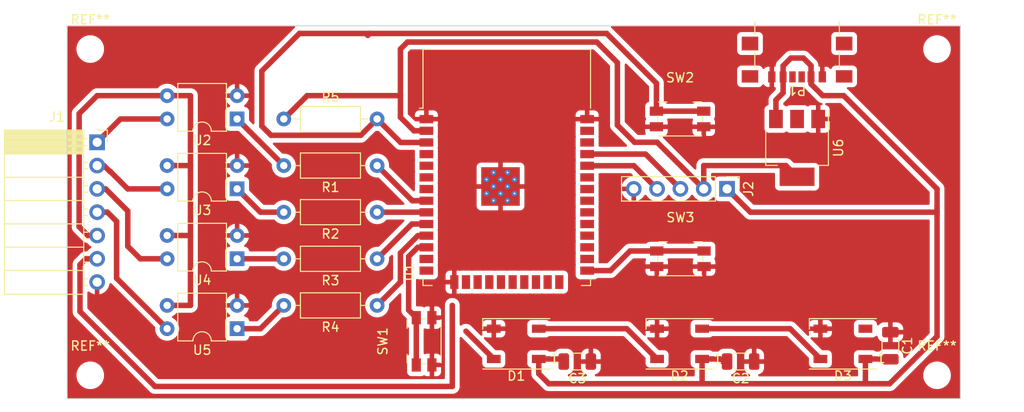
<source format=kicad_pcb>
(kicad_pcb (version 20221018) (generator pcbnew)
  (layers (0 "F.Cu" signal) (31 "B.Cu" signal) (34 "B.Paste" user) (35 "F.Paste" user) (36 "B.SilkS" user "B.Silkscreen") (37 "F.SilkS" user "F.Silkscreen") (38 "B.Mask" user) (39 "F.Mask" user) (44 "Edge.Cuts" user))
  (net 0 "")
  (net 1 "GND")
  (net 2 "5V")
  (net 3 "Net-(D1-DOUT)")
  (net 4 "IO13")
  (net 5 "Net-(D2-DOUT)")
  (net 10 "Net-(R1-Pad2)")
  (net 11 "Net-(R2-Pad2)")
  (net 12 "Net-(R3-Pad2)")
  (net 13 "Net-(R4-Pad2)")
  (net 26 "TXD")
  (net 34 "RXD")
  (net 35 "EN")
  (net 38 "3.3V")
  (net 39 "IO0")
  (net 40 "IO32")
  (net 41 "IO33")
  (net 42 "IO25")
  (net 43 "IO26")
  (net 44 "RE1")
  (net 45 "RE2")
  (net 46 "RE3")
  (net 47 "RE4")
  (net 48 "GND2")
  (net 50 "IO27")
  (net 52 "IO12")
  (footprint "Button_Switch_SMD:Panasonic_EVQPUM_EVQPUD" (layer "F.Cu") (at 185.42 76.2)
    (fp_text reference "SW3" (at 0 -4.5) (layer "F.SilkS"))
    (fp_text value "PROG")
    (fp_line (start -2.45 0.275) (end -2.45 -0.275) (stroke (width 0.12)) (layer "F.SilkS"))
    (fp_line (start -1.425 -1.85) (end -2.35 -1.85) (stroke (width 0.12)) (layer "F.SilkS"))
    (fp_line (start 2.35 -1.85) (end 1.425 -1.85) (stroke (width 0.12)) (layer "F.SilkS"))
    (fp_line (start 2.35 1.85) (end -2.35 1.85) (stroke (width 0.12)) (layer "F.SilkS"))
    (fp_line (start 2.45 0.275) (end 2.45 -0.275) (stroke (width 0.12)) (layer "F.SilkS"))
    (pad "1" smd rect (at -2.575 -0.85 180) (size 1.45 1) (layers "F.Cu" "F.Paste" "F.Mask") (net 39 "IO0"))
    (pad "1" smd rect (at 2.575 -0.85 180) (size 1.45 1) (layers "F.Cu" "F.Paste" "F.Mask") (net 39 "IO0"))
    (pad "2" smd rect (at -2.575 0.85 180) (size 1.45 1) (layers "F.Cu" "F.Paste" "F.Mask") (net 1 "GND"))
    (pad "2" smd rect (at 2.575 0.85 180) (size 1.45 1) (layers "F.Cu" "F.Paste" "F.Mask") (net 1 "GND"))
  )
  (footprint "Capacitor_SMD:C_1206_3216Metric" (layer "F.Cu") (at 208.28 85.676647 -90)
    (fp_text reference "C1" (at 0 -1.85 -270) (layer "F.SilkS"))
    (fp_text value "100nF")
    (fp_line (start -0.711252 -0.91) (end 0.711252 -0.91) (stroke (width 0.12)) (layer "F.SilkS"))
    (fp_line (start -0.711252 0.91) (end 0.711252 0.91) (stroke (width 0.12)) (layer "F.SilkS"))
    (pad "1" smd roundrect (at -1.475 0 270) (size 1.15 1.8) (layers "F.Cu" "F.Paste" "F.Mask") (roundrect_rratio 0.217391) (net 1 "GND"))
    (pad "2" smd roundrect (at 1.475 0 270) (size 1.15 1.8) (layers "F.Cu" "F.Paste" "F.Mask") (roundrect_rratio 0.217391) (net 2 "5V"))
  )
  (footprint "Button_Switch_SMD:Panasonic_EVQPUM_EVQPUD" (layer "F.Cu") (at 185.385 60.96)
    (fp_text reference "SW2" (at 0 -4.5) (layer "F.SilkS"))
    (fp_text value "RESET")
    (fp_line (start -2.45 0.275) (end -2.45 -0.275) (stroke (width 0.12)) (layer "F.SilkS"))
    (fp_line (start -1.425 -1.85) (end -2.35 -1.85) (stroke (width 0.12)) (layer "F.SilkS"))
    (fp_line (start 2.35 -1.85) (end 1.425 -1.85) (stroke (width 0.12)) (layer "F.SilkS"))
    (fp_line (start 2.35 1.85) (end -2.35 1.85) (stroke (width 0.12)) (layer "F.SilkS"))
    (fp_line (start 2.45 0.275) (end 2.45 -0.275) (stroke (width 0.12)) (layer "F.SilkS"))
    (pad "1" smd rect (at -2.575 -0.85 180) (size 1.45 1) (layers "F.Cu" "F.Paste" "F.Mask") (net 35 "EN"))
    (pad "1" smd rect (at 2.575 -0.85 180) (size 1.45 1) (layers "F.Cu" "F.Paste" "F.Mask") (net 35 "EN"))
    (pad "2" smd rect (at -2.575 0.85 180) (size 1.45 1) (layers "F.Cu" "F.Paste" "F.Mask") (net 1 "GND"))
    (pad "2" smd rect (at 2.575 0.85 180) (size 1.45 1) (layers "F.Cu" "F.Paste" "F.Mask") (net 1 "GND"))
  )
  (footprint "Package_DIP:DIP-4_W7.62mm" (layer "F.Cu") (at 137.16 83.82 180)
    (fp_text reference "U5" (at 3.81 -2.33) (layer "F.SilkS"))
    (fp_text value "PC817")
    (fp_line (start 1.16 -1.33) (end 1.16 3.87) (stroke (width 0.12)) (layer "F.SilkS"))
    (fp_line (start 1.16 3.87) (end 6.46 3.87) (stroke (width 0.12)) (layer "F.SilkS"))
    (fp_line (start 2.81 -1.33) (end 1.16 -1.33) (stroke (width 0.12)) (layer "F.SilkS"))
    (fp_line (start 6.46 -1.33) (end 4.81 -1.33) (stroke (width 0.12)) (layer "F.SilkS"))
    (fp_line (start 6.46 3.87) (end 6.46 -1.33) (stroke (width 0.12)) (layer "F.SilkS"))
    (fp_arc (start 4.81 -1.33) (mid 3.81 -0.33) (end 2.81 -1.33) (stroke (width 0.12)) (layer "F.SilkS"))
    (pad "1" thru_hole rect (at 0 0 180) (size 1.6 1.6) (drill 0.8) (layers "*.Cu" "*.Mask") (net 13 "Net-(R4-Pad2)"))
    (pad "2" thru_hole oval (at 0 2.54 180) (size 1.6 1.6) (drill 0.8) (layers "*.Cu" "*.Mask") (net 1 "GND"))
    (pad "3" thru_hole oval (at 7.62 2.54 180) (size 1.6 1.6) (drill 0.8) (layers "*.Cu" "*.Mask") (net 48 "GND2"))
    (pad "4" thru_hole oval (at 7.62 0 180) (size 1.6 1.6) (drill 0.8) (layers "*.Cu" "*.Mask") (net 47 "RE4"))
  )
  (footprint "Resistor_THT:R_Axial_DIN0207_L6.3mm_D2.5mm_P10.16mm_Horizontal" (layer "F.Cu") (at 152.4 66.04 180)
    (fp_text reference "R1" (at 5.08 -2.37) (layer "F.SilkS"))
    (fp_text value "100R")
    (fp_line (start 1.04 0) (end 1.81 0) (stroke (width 0.12)) (layer "F.SilkS"))
    (fp_line (start 1.81 -1.37) (end 1.81 1.37) (stroke (width 0.12)) (layer "F.SilkS"))
    (fp_line (start 1.81 1.37) (end 8.35 1.37) (stroke (width 0.12)) (layer "F.SilkS"))
    (fp_line (start 8.35 -1.37) (end 1.81 -1.37) (stroke (width 0.12)) (layer "F.SilkS"))
    (fp_line (start 8.35 1.37) (end 8.35 -1.37) (stroke (width 0.12)) (layer "F.SilkS"))
    (fp_line (start 9.12 0) (end 8.35 0) (stroke (width 0.12)) (layer "F.SilkS"))
    (pad "1" thru_hole circle (at 0 0 180) (size 1.6 1.6) (drill 0.8) (layers "*.Cu" "*.Mask") (net 40 "IO32"))
    (pad "2" thru_hole oval (at 10.16 0 180) (size 1.6 1.6) (drill 0.8) (layers "*.Cu" "*.Mask") (net 10 "Net-(R1-Pad2)"))
  )
  (footprint "Capacitor_SMD:C_1206_3216Metric" (layer "F.Cu") (at 191.975 87.4 180)
    (fp_text reference "C2" (at 0 -1.85) (layer "F.SilkS"))
    (fp_text value "100nF")
    (fp_line (start -0.711252 -0.91) (end 0.711252 -0.91) (stroke (width 0.12)) (layer "F.SilkS"))
    (fp_line (start -0.711252 0.91) (end 0.711252 0.91) (stroke (width 0.12)) (layer "F.SilkS"))
    (pad "1" smd roundrect (at -1.475 0 180) (size 1.15 1.8) (layers "F.Cu" "F.Paste" "F.Mask") (roundrect_rratio 0.217391) (net 1 "GND"))
    (pad "2" smd roundrect (at 1.475 0 180) (size 1.15 1.8) (layers "F.Cu" "F.Paste" "F.Mask") (roundrect_rratio 0.217391) (net 2 "5V"))
  )
  (footprint "Capacitor_SMD:C_1206_3216Metric" (layer "F.Cu") (at 174.195 87.4 180)
    (fp_text reference "C3" (at 0 -1.85) (layer "F.SilkS"))
    (fp_text value "100nF")
    (fp_line (start -0.711252 -0.91) (end 0.711252 -0.91) (stroke (width 0.12)) (layer "F.SilkS"))
    (fp_line (start -0.711252 0.91) (end 0.711252 0.91) (stroke (width 0.12)) (layer "F.SilkS"))
    (pad "1" smd roundrect (at -1.475 0 180) (size 1.15 1.8) (layers "F.Cu" "F.Paste" "F.Mask") (roundrect_rratio 0.217391) (net 1 "GND"))
    (pad "2" smd roundrect (at 1.475 0 180) (size 1.15 1.8) (layers "F.Cu" "F.Paste" "F.Mask") (roundrect_rratio 0.217391) (net 2 "5V"))
  )
  (footprint "Package_DIP:DIP-4_W7.62mm" (layer "F.Cu") (at 137.16 76.2 180)
    (fp_text reference "U4" (at 3.81 -2.33) (layer "F.SilkS"))
    (fp_text value "PC817")
    (fp_line (start 1.16 -1.33) (end 1.16 3.87) (stroke (width 0.12)) (layer "F.SilkS"))
    (fp_line (start 1.16 3.87) (end 6.46 3.87) (stroke (width 0.12)) (layer "F.SilkS"))
    (fp_line (start 2.81 -1.33) (end 1.16 -1.33) (stroke (width 0.12)) (layer "F.SilkS"))
    (fp_line (start 6.46 -1.33) (end 4.81 -1.33) (stroke (width 0.12)) (layer "F.SilkS"))
    (fp_line (start 6.46 3.87) (end 6.46 -1.33) (stroke (width 0.12)) (layer "F.SilkS"))
    (fp_arc (start 4.81 -1.33) (mid 3.81 -0.33) (end 2.81 -1.33) (stroke (width 0.12)) (layer "F.SilkS"))
    (pad "1" thru_hole rect (at 0 0 180) (size 1.6 1.6) (drill 0.8) (layers "*.Cu" "*.Mask") (net 12 "Net-(R3-Pad2)"))
    (pad "2" thru_hole oval (at 0 2.54 180) (size 1.6 1.6) (drill 0.8) (layers "*.Cu" "*.Mask") (net 1 "GND"))
    (pad "3" thru_hole oval (at 7.62 2.54 180) (size 1.6 1.6) (drill 0.8) (layers "*.Cu" "*.Mask") (net 48 "GND2"))
    (pad "4" thru_hole oval (at 7.62 0 180) (size 1.6 1.6) (drill 0.8) (layers "*.Cu" "*.Mask") (net 46 "RE3"))
  )
  (footprint "MountingHole:MountingHole_2.2mm_M2" (layer "F.Cu") (at 213.36 88.9)
    (fp_text reference "REF**" (at 0 -3.2) (layer "F.SilkS"))
    (fp_text value "MountingHole_2.2mm_M2")
    (pad "" np_thru_hole circle (at 0 0) (size 2.5 2.5) (drill 2.5) (layers "F&B.Cu" "*.Mask"))
  )
  (footprint "LED_SMD:LED_WS2812B_PLCC4_5.0x5.0mm_P3.2mm" (layer "F.Cu") (at 167.55 85.47 180)
    (fp_text reference "D1" (at 0 -3.5) (layer "F.SilkS"))
    (fp_text value "WS2812B")
    (fp_text user "1" (at -4.15 -1.6) (layer "F.SilkS"))
    (fp_line (start -3.65 -2.75) (end 3.65 -2.75) (stroke (width 0.12)) (layer "F.SilkS"))
    (fp_line (start -3.65 2.75) (end 3.65 2.75) (stroke (width 0.12)) (layer "F.SilkS"))
    (fp_line (start 3.65 2.75) (end 3.65 1.6) (stroke (width 0.12)) (layer "F.SilkS"))
    (pad "1" smd rect (at -2.45 -1.65 180) (size 1.5 0.9) (layers "F.Cu" "F.Paste" "F.Mask") (net 2 "5V"))
    (pad "2" smd rect (at -2.45 1.65 180) (size 1.5 0.9) (layers "F.Cu" "F.Paste" "F.Mask") (net 3 "Net-(D1-DOUT)"))
    (pad "3" smd rect (at 2.45 1.65 180) (size 1.5 0.9) (layers "F.Cu" "F.Paste" "F.Mask") (net 1 "GND"))
    (pad "4" smd rect (at 2.45 -1.65 180) (size 1.5 0.9) (layers "F.Cu" "F.Paste" "F.Mask") (net 4 "IO13"))
  )
  (footprint "Connector_USB:USB_C_Receptacle_GCT_USB4135-GF-A_6P_TopMnt_Horizontal" (layer "F.Cu") (at 198.12 53.34 180)
    (fp_text reference "P1" (at 0 -4.5 180 unlocked) (layer "F.SilkS"))
    (fp_text value "USB_C_Plug_USB2.0")
    (fp_line (start -4.6 -2.1025) (end -4.6 -0.3475) (stroke (width 0.12)) (layer "F.SilkS"))
    (fp_line (start -4.6 1.6) (end -4.6 3) (stroke (width 0.12)) (layer "F.SilkS"))
    (fp_line (start 4.6 -2.1025) (end 4.6 -0.3475) (stroke (width 0.12)) (layer "F.SilkS"))
    (fp_line (start 4.6 1.6) (end 4.6 3) (stroke (width 0.12)) (layer "F.SilkS"))
    (pad "A5" smd rect (at -0.5 -3.0325 180) (size 0.7 1.2) (layers "F.Cu" "F.Paste" "F.Mask"))
    (pad "A9" smd rect (at 1.52 -3.0325) (size 0.76 1.2) (layers "F.Cu" "F.Paste" "F.Mask") (net 2 "5V"))
    (pad "A12" smd rect (at 2.75 -3.0325) (size 0.8 1.2) (layers "F.Cu" "F.Paste" "F.Mask") (net 1 "GND"))
    (pad "B5" smd rect (at 0.5 -3.0325) (size 0.7 1.2) (layers "F.Cu" "F.Paste" "F.Mask"))
    (pad "B9" smd rect (at -1.52 -3.0325 180) (size 0.76 1.2) (layers "F.Cu" "F.Paste" "F.Mask") (net 2 "5V"))
    (pad "B12" smd rect (at -2.75 -3.0325 180) (size 0.8 1.2) (layers "F.Cu" "F.Paste" "F.Mask") (net 1 "GND"))
    (pad "S1" smd rect (at -5.125 -2.9775 180) (size 1.8 1.35) (layers "F.Cu" "F.Paste" "F.Mask"))
    (pad "S1" smd rect (at -5.125 0.6025 180) (size 1.8 1.5) (layers "F.Cu" "F.Paste" "F.Mask"))
    (pad "S1" smd rect (at 5.125 -2.9775 180) (size 1.8 1.35) (layers "F.Cu" "F.Paste" "F.Mask"))
    (pad "S1" smd rect (at 5.125 0.6025 180) (size 1.8 1.5) (layers "F.Cu" "F.Paste" "F.Mask"))
  )
  (footprint "Package_DIP:DIP-4_W7.62mm" (layer "F.Cu") (at 137.16 60.96 180)
    (fp_text reference "U2" (at 3.81 -2.33) (layer "F.SilkS"))
    (fp_text value "PC817")
    (fp_line (start 1.16 -1.33) (end 1.16 3.87) (stroke (width 0.12)) (layer "F.SilkS"))
    (fp_line (start 1.16 3.87) (end 6.46 3.87) (stroke (width 0.12)) (layer "F.SilkS"))
    (fp_line (start 2.81 -1.33) (end 1.16 -1.33) (stroke (width 0.12)) (layer "F.SilkS"))
    (fp_line (start 6.46 -1.33) (end 4.81 -1.33) (stroke (width 0.12)) (layer "F.SilkS"))
    (fp_line (start 6.46 3.87) (end 6.46 -1.33) (stroke (width 0.12)) (layer "F.SilkS"))
    (fp_arc (start 4.81 -1.33) (mid 3.81 -0.33) (end 2.81 -1.33) (stroke (width 0.12)) (layer "F.SilkS"))
    (pad "1" thru_hole rect (at 0 0 180) (size 1.6 1.6) (drill 0.8) (layers "*.Cu" "*.Mask") (net 10 "Net-(R1-Pad2)"))
    (pad "2" thru_hole oval (at 0 2.54 180) (size 1.6 1.6) (drill 0.8) (layers "*.Cu" "*.Mask") (net 1 "GND"))
    (pad "3" thru_hole oval (at 7.62 2.54 180) (size 1.6 1.6) (drill 0.8) (layers "*.Cu" "*.Mask") (net 48 "GND2"))
    (pad "4" thru_hole oval (at 7.62 0 180) (size 1.6 1.6) (drill 0.8) (layers "*.Cu" "*.Mask") (net 44 "RE1"))
  )
  (footprint "MountingHole:MountingHole_2.2mm_M2" (layer "F.Cu") (at 121.17 88.9)
    (fp_text reference "REF**" (at 0 -3.2) (layer "F.SilkS"))
    (fp_text value "MountingHole_2.2mm_M2")
    (pad "" np_thru_hole circle (at 0 0) (size 2.5 2.5) (drill 2.5) (layers "F&B.Cu" "*.Mask"))
  )
  (footprint "LED_SMD:LED_WS2812B_PLCC4_5.0x5.0mm_P3.2mm" (layer "F.Cu") (at 185.33 85.47 180)
    (fp_text reference "D2" (at 0 -3.5) (layer "F.SilkS"))
    (fp_text value "WS2812B")
    (fp_text user "1" (at -4.15 -1.6) (layer "F.SilkS"))
    (fp_line (start -3.65 -2.75) (end 3.65 -2.75) (stroke (width 0.12)) (layer "F.SilkS"))
    (fp_line (start -3.65 2.75) (end 3.65 2.75) (stroke (width 0.12)) (layer "F.SilkS"))
    (fp_line (start 3.65 2.75) (end 3.65 1.6) (stroke (width 0.12)) (layer "F.SilkS"))
    (pad "1" smd rect (at -2.45 -1.65 180) (size 1.5 0.9) (layers "F.Cu" "F.Paste" "F.Mask") (net 2 "5V"))
    (pad "2" smd rect (at -2.45 1.65 180) (size 1.5 0.9) (layers "F.Cu" "F.Paste" "F.Mask") (net 5 "Net-(D2-DOUT)"))
    (pad "3" smd rect (at 2.45 1.65 180) (size 1.5 0.9) (layers "F.Cu" "F.Paste" "F.Mask") (net 1 "GND"))
    (pad "4" smd rect (at 2.45 -1.65 180) (size 1.5 0.9) (layers "F.Cu" "F.Paste" "F.Mask") (net 3 "Net-(D1-DOUT)"))
  )
  (footprint "Resistor_THT:R_Axial_DIN0207_L6.3mm_D2.5mm_P10.16mm_Horizontal" (layer "F.Cu") (at 142.24 60.96)
    (fp_text reference "R5" (at 5.08 -2.37) (layer "F.SilkS"))
    (fp_text value "10k")
    (fp_line (start 1.04 0) (end 1.81 0) (stroke (width 0.12)) (layer "F.SilkS"))
    (fp_line (start 1.81 -1.37) (end 1.81 1.37) (stroke (width 0.12)) (layer "F.SilkS"))
    (fp_line (start 1.81 1.37) (end 8.35 1.37) (stroke (width 0.12)) (layer "F.SilkS"))
    (fp_line (start 8.35 -1.37) (end 1.81 -1.37) (stroke (width 0.12)) (layer "F.SilkS"))
    (fp_line (start 8.35 1.37) (end 8.35 -1.37) (stroke (width 0.12)) (layer "F.SilkS"))
    (fp_line (start 9.12 0) (end 8.35 0) (stroke (width 0.12)) (layer "F.SilkS"))
    (pad "1" thru_hole circle (at 0 0) (size 1.6 1.6) (drill 0.8) (layers "*.Cu" "*.Mask") (net 38 "3.3V"))
    (pad "2" thru_hole oval (at 10.16 0) (size 1.6 1.6) (drill 0.8) (layers "*.Cu" "*.Mask") (net 35 "EN"))
  )
  (footprint "MountingHole:MountingHole_2.2mm_M2" (layer "F.Cu") (at 213.36 53.34)
    (fp_text reference "REF**" (at 0 -3.2) (layer "F.SilkS"))
    (fp_text value "MountingHole_2.2mm_M2")
    (pad "" np_thru_hole circle (at 0 0) (size 2.5 2.5) (drill 2.5) (layers "F&B.Cu" "*.Mask"))
  )
  (footprint "LED_SMD:LED_WS2812B_PLCC4_5.0x5.0mm_P3.2mm" (layer "F.Cu") (at 203.11 85.47 180)
    (fp_text reference "D3" (at 0 -3.5) (layer "F.SilkS"))
    (fp_text value "WS2812B")
    (fp_text user "1" (at -4.15 -1.6) (layer "F.SilkS"))
    (fp_line (start -3.65 -2.75) (end 3.65 -2.75) (stroke (width 0.12)) (layer "F.SilkS"))
    (fp_line (start -3.65 2.75) (end 3.65 2.75) (stroke (width 0.12)) (layer "F.SilkS"))
    (fp_line (start 3.65 2.75) (end 3.65 1.6) (stroke (width 0.12)) (layer "F.SilkS"))
    (pad "1" smd rect (at -2.45 -1.65 180) (size 1.5 0.9) (layers "F.Cu" "F.Paste" "F.Mask") (net 2 "5V"))
    (pad "2" smd rect (at -2.45 1.65 180) (size 1.5 0.9) (layers "F.Cu" "F.Paste" "F.Mask"))
    (pad "3" smd rect (at 2.45 1.65 180) (size 1.5 0.9) (layers "F.Cu" "F.Paste" "F.Mask") (net 1 "GND"))
    (pad "4" smd rect (at 2.45 -1.65 180) (size 1.5 0.9) (layers "F.Cu" "F.Paste" "F.Mask") (net 5 "Net-(D2-DOUT)"))
  )
  (footprint "Resistor_THT:R_Axial_DIN0207_L6.3mm_D2.5mm_P10.16mm_Horizontal" (layer "F.Cu") (at 152.4 81.28 180)
    (fp_text reference "R4" (at 5.08 -2.37) (layer "F.SilkS"))
    (fp_text value "100R")
    (fp_line (start 1.04 0) (end 1.81 0) (stroke (width 0.12)) (layer "F.SilkS"))
    (fp_line (start 1.81 -1.37) (end 1.81 1.37) (stroke (width 0.12)) (layer "F.SilkS"))
    (fp_line (start 1.81 1.37) (end 8.35 1.37) (stroke (width 0.12)) (layer "F.SilkS"))
    (fp_line (start 8.35 -1.37) (end 1.81 -1.37) (stroke (width 0.12)) (layer "F.SilkS"))
    (fp_line (start 8.35 1.37) (end 8.35 -1.37) (stroke (width 0.12)) (layer "F.SilkS"))
    (fp_line (start 9.12 0) (end 8.35 0) (stroke (width 0.12)) (layer "F.SilkS"))
    (pad "1" thru_hole circle (at 0 0 180) (size 1.6 1.6) (drill 0.8) (layers "*.Cu" "*.Mask") (net 43 "IO26"))
    (pad "2" thru_hole oval (at 10.16 0 180) (size 1.6 1.6) (drill 0.8) (layers "*.Cu" "*.Mask") (net 13 "Net-(R4-Pad2)"))
  )
  (footprint "MountingHole:MountingHole_2.2mm_M2" (layer "F.Cu") (at 121.17 53.34)
    (fp_text reference "REF**" (at 0 -3.2) (layer "F.SilkS"))
    (fp_text value "MountingHole_2.2mm_M2")
    (pad "" np_thru_hole circle (at 0 0) (size 2.5 2.5) (drill 2.5) (layers "F&B.Cu" "*.Mask"))
  )
  (footprint "RF_Module:ESP32-WROOM-32" (layer "F.Cu") (at 166.515 69.23)
    (fp_text reference "U1" (at -10.61 8.43 90) (layer "F.SilkS"))
    (fp_text value "ESP32-WROOM-32")
    (fp_line (start -9.12 -15.86) (end -9.12 -9.445) (stroke (width 0.12)) (layer "F.SilkS"))
    (fp_line (start -9.12 -15.86) (end 9.12 -15.86) (stroke (width 0.12)) (layer "F.SilkS"))
    (fp_line (start -9.12 -9.445) (end -9.5 -9.445) (stroke (width 0.12)) (layer "F.SilkS"))
    (fp_line (start -9.12 9.1) (end -9.12 9.88) (stroke (width 0.12)) (layer "F.SilkS"))
    (fp_line (start -9.12 9.88) (end -8.12 9.88) (stroke (width 0.12)) (layer "F.SilkS"))
    (fp_line (start 9.12 -15.86) (end 9.12 -9.445) (stroke (width 0.12)) (layer "F.SilkS"))
    (fp_line (start 9.12 9.1) (end 9.12 9.88) (stroke (width 0.12)) (layer "F.SilkS"))
    (fp_line (start 9.12 9.88) (end 8.12 9.88) (stroke (width 0.12)) (layer "F.SilkS"))
    (pad "1" smd rect (at -8.75 -8.25) (size 1.5 0.9) (layers "F.Cu" "F.Paste" "F.Mask") (net 1 "GND"))
    (pad "2" smd rect (at -8.75 -6.98) (size 1.5 0.9) (layers "F.Cu" "F.Paste" "F.Mask") (net 38 "3.3V"))
    (pad "3" smd rect (at -8.75 -5.71) (size 1.5 0.9) (layers "F.Cu" "F.Paste" "F.Mask") (net 35 "EN"))
    (pad "4" smd rect (at -8.75 -4.44) (size 1.5 0.9) (layers "F.Cu" "F.Paste" "F.Mask"))
    (pad "5" smd rect (at -8.75 -3.17) (size 1.5 0.9) (layers "F.Cu" "F.Paste" "F.Mask"))
    (pad "6" smd rect (at -8.75 -1.9) (size 1.5 0.9) (layers "F.Cu" "F.Paste" "F.Mask"))
    (pad "7" smd rect (at -8.75 -0.63) (size 1.5 0.9) (layers "F.Cu" "F.Paste" "F.Mask"))
    (pad "8" smd rect (at -8.75 0.64) (size 1.5 0.9) (layers "F.Cu" "F.Paste" "F.Mask") (net 40 "IO32"))
    (pad "9" smd rect (at -8.75 1.91) (size 1.5 0.9) (layers "F.Cu" "F.Paste" "F.Mask") (net 41 "IO33"))
    (pad "10" smd rect (at -8.75 3.18) (size 1.5 0.9) (layers "F.Cu" "F.Paste" "F.Mask") (net 42 "IO25"))
    (pad "11" smd rect (at -8.75 4.45) (size 1.5 0.9) (layers "F.Cu" "F.Paste" "F.Mask") (net 43 "IO26"))
    (pad "12" smd rect (at -8.75 5.72) (size 1.5 0.9) (layers "F.Cu" "F.Paste" "F.Mask") (net 50 "IO27"))
    (pad "13" smd rect (at -8.75 6.99) (size 1.5 0.9) (layers "F.Cu" "F.Paste" "F.Mask"))
    (pad "14" smd rect (at -8.75 8.26) (size 1.5 0.9) (layers "F.Cu" "F.Paste" "F.Mask") (net 52 "IO12"))
    (pad "15" smd rect (at -5.71 9.51 90) (size 1.5 0.9) (layers "F.Cu" "F.Paste" "F.Mask") (net 1 "GND"))
    (pad "16" smd rect (at -4.44 9.51 90) (size 1.5 0.9) (layers "F.Cu" "F.Paste" "F.Mask") (net 4 "IO13"))
    (pad "17" smd rect (at -3.17 9.51 90) (size 1.5 0.9) (layers "F.Cu" "F.Paste" "F.Mask"))
    (pad "18" smd rect (at -1.9 9.51 90) (size 1.5 0.9) (layers "F.Cu" "F.Paste" "F.Mask"))
    (pad "19" smd rect (at -0.63 9.51 90) (size 1.5 0.9) (layers "F.Cu" "F.Paste" "F.Mask"))
    (pad "20" smd rect (at 0.64 9.51 90) (size 1.5 0.9) (layers "F.Cu" "F.Paste" "F.Mask"))
    (pad "21" smd rect (at 1.91 9.51 90) (size 1.5 0.9) (layers "F.Cu" "F.Paste" "F.Mask"))
    (pad "22" smd rect (at 3.18 9.51 90) (size 1.5 0.9) (layers "F.Cu" "F.Paste" "F.Mask"))
    (pad "23" smd rect (at 4.45 9.51 90) (size 1.5 0.9) (layers "F.Cu" "F.Paste" "F.Mask"))
    (pad "24" smd rect (at 5.72 9.51 90) (size 1.5 0.9) (layers "F.Cu" "F.Paste" "F.Mask"))
    (pad "25" smd rect (at 8.75 8.26) (size 1.5 0.9) (layers "F.Cu" "F.Paste" "F.Mask") (net 39 "IO0"))
    (pad "26" smd rect (at 8.75 6.99) (size 1.5 0.9) (layers "F.Cu" "F.Paste" "F.Mask"))
    (pad "27" smd rect (at 8.75 5.72) (size 1.5 0.9) (layers "F.Cu" "F.Paste" "F.Mask"))
    (pad "28" smd rect (at 8.75 4.45) (size 1.5 0.9) (layers "F.Cu" "F.Paste" "F.Mask"))
    (pad "29" smd rect (at 8.75 3.18) (size 1.5 0.9) (layers "F.Cu" "F.Paste" "F.Mask"))
    (pad "30" smd rect (at 8.75 1.91) (size 1.5 0.9) (layers "F.Cu" "F.Paste" "F.Mask"))
    (pad "31" smd rect (at 8.75 0.64) (size 1.5 0.9) (layers "F.Cu" "F.Paste" "F.Mask"))
    (pad "32" smd rect (at 8.75 -0.63) (size 1.5 0.9) (layers "F.Cu" "F.Paste" "F.Mask"))
    (pad "33" smd rect (at 8.75 -1.9) (size 1.5 0.9) (layers "F.Cu" "F.Paste" "F.Mask"))
    (pad "34" smd rect (at 8.75 -3.17) (size 1.5 0.9) (layers "F.Cu" "F.Paste" "F.Mask") (net 34 "RXD"))
    (pad "35" smd rect (at 8.75 -4.44) (size 1.5 0.9) (layers "F.Cu" "F.Paste" "F.Mask") (net 26 "TXD"))
    (pad "36" smd rect (at 8.75 -5.71) (size 1.5 0.9) (layers "F.Cu" "F.Paste" "F.Mask"))
    (pad "37" smd rect (at 8.75 -6.98) (size 1.5 0.9) (layers "F.Cu" "F.Paste" "F.Mask"))
    (pad "38" smd rect (at 8.75 -8.25) (size 1.5 0.9) (layers "F.Cu" "F.Paste" "F.Mask") (net 1 "GND"))
    (pad "39" smd rect (at -2.205 -2.435) (size 1.05 1.05) (layers "F.Cu" "F.Paste") (net 1 "GND"))
    (pad "39" thru_hole circle (at -2.205 -1.6725) (size 0.6 0.6) (drill 0.2) (property pad_prop_heatsink) (layers "*.Cu" "F.Mask") (net 1 "GND"))
    (pad "39" smd rect (at -2.205 -0.91) (size 1.05 1.05) (layers "F.Cu" "F.Paste") (net 1 "GND"))
    (pad "39" thru_hole circle (at -2.205 -0.1475) (size 0.6 0.6) (drill 0.2) (property pad_prop_heatsink) (layers "*.Cu" "F.Mask") (net 1 "GND"))
    (pad "39" smd rect (at -2.205 0.615) (size 1.05 1.05) (layers "F.Cu" "F.Paste") (net 1 "GND"))
    (pad "39" thru_hole circle (at -1.4425 -2.435) (size 0.6 0.6) (drill 0.2) (property pad_prop_heatsink) (layers "*.Cu" "F.Mask") (net 1 "GND"))
    (pad "39" thru_hole circle (at -1.4425 -0.91) (size 0.6 0.6) (drill 0.2) (property pad_prop_heatsink) (layers "*.Cu" "F.Mask") (net 1 "GND"))
    (pad "39" thru_hole circle (at -1.4425 0.615) (size 0.6 0.6) (drill 0.2) (property pad_prop_heatsink) (layers "*.Cu" "F.Mask") (net 1 "GND"))
    (pad "39" smd rect (at -0.68 -2.435) (size 1.05 1.05) (layers "F.Cu" "F.Paste") (net 1 "GND"))
    (pad "39" thru_hole circle (at -0.68 -1.6725) (size 0.6 0.6) (drill 0.2) (property pad_prop_heatsink) (layers "*.Cu" "F.Mask") (net 1 "GND"))
    (pad "39" smd rect (at -0.68 -0.91) (size 1.05 1.05) (layers "F.Cu" "F.Paste") (net 1 "GND"))
    (pad "39" smd rect (at -0.68 -0.91) (size 4.2 4.2) (layers "F.Cu" "F.Mask") (net 1 "GND"))
    (pad "39" thru_hole circle (at -0.68 -0.1475) (size 0.6 0.6) (drill 0.2) (property pad_prop_heatsink) (layers "*.Cu" "F.Mask") (net 1 "GND"))
    (pad "39" smd rect (at -0.68 0.615) (size 1.05 1.05) (layers "F.Cu" "F.Paste") (net 1 "GND"))
    (pad "39" thru_hole circle (at 0.0825 -2.435) (size 0.6 0.6) (drill 0.2) (property pad_prop_heatsink) (layers "*.Cu" "F.Mask") (net 1 "GND"))
    (pad "39" thru_hole circle (at 0.0825 -0.91) (size 0.6 0.6) (drill 0.2) (property pad_prop_heatsink) (layers "*.Cu" "F.Mask") (net 1 "GND"))
    (pad "39" thru_hole circle (at 0.0825 0.615) (size 0.6 0.6) (drill 0.2) (property pad_prop_heatsink) (layers "*.Cu" "F.Mask") (net 1 "GND"))
    (pad "39" smd rect (at 0.845 -2.435) (size 1.05 1.05) (layers "F.Cu" "F.Paste") (net 1 "GND"))
    (pad "39" thru_hole circle (at 0.845 -1.6725) (size 0.6 0.6) (drill 0.2) (property pad_prop_heatsink) (layers "*.Cu" "F.Mask") (net 1 "GND"))
    (pad "39" smd rect (at 0.845 -0.91) (size 1.05 1.05) (layers "F.Cu" "F.Paste") (net 1 "GND"))
    (pad "39" thru_hole circle (at 0.845 -0.1475) (size 0.6 0.6) (drill 0.2) (property pad_prop_heatsink) (layers "*.Cu" "F.Mask") (net 1 "GND"))
    (pad "39" smd rect (at 0.845 0.615) (size 1.05 1.05) (layers "F.Cu" "F.Paste") (net 1 "GND"))
  )
  (footprint "Button_Switch_SMD:Panasonic_EVQPUM_EVQPUD" (layer "F.Cu") (at 157.515 85.195 90)
    (fp_text reference "SW1" (at 0 -4.5 90) (layer "F.SilkS"))
    (fp_text value "SW_Push")
    (fp_line (start -2.45 0.275) (end -2.45 -0.275) (stroke (width 0.12)) (layer "F.SilkS"))
    (fp_line (start -1.425 -1.85) (end -2.35 -1.85) (stroke (width 0.12)) (layer "F.SilkS"))
    (fp_line (start 2.35 -1.85) (end 1.425 -1.85) (stroke (width 0.12)) (layer "F.SilkS"))
    (fp_line (start 2.35 1.85) (end -2.35 1.85) (stroke (width 0.12)) (layer "F.SilkS"))
    (fp_line (start 2.45 0.275) (end 2.45 -0.275) (stroke (width 0.12)) (layer "F.SilkS"))
    (pad "1" smd rect (at -2.575 -0.85 270) (size 1.45 1) (layers "F.Cu" "F.Paste" "F.Mask") (net 50 "IO27"))
    (pad "1" smd rect (at 2.575 -0.85 270) (size 1.45 1) (layers "F.Cu" "F.Paste" "F.Mask") (net 50 "IO27"))
    (pad "2" smd rect (at -2.575 0.85 270) (size 1.45 1) (layers "F.Cu" "F.Paste" "F.Mask") (net 1 "GND"))
    (pad "2" smd rect (at 2.575 0.85 270) (size 1.45 1) (layers "F.Cu" "F.Paste" "F.Mask") (net 1 "GND"))
  )
  (footprint "Connector_PinSocket_2.54mm:PinSocket_1x07_P2.54mm_Horizontal" (layer "F.Cu") (at 121.92 63.5)
    (fp_text reference "J1" (at -4.38 -2.77) (layer "F.SilkS"))
    (fp_text value "Conn_01x07")
    (fp_line (start -10.09 -1.33) (end -10.09 16.57) (stroke (width 0.12)) (layer "F.SilkS"))
    (fp_line (start -10.09 -1.33) (end -1.46 -1.33) (stroke (width 0.12)) (layer "F.SilkS"))
    (fp_line (start -10.09 -1.21) (end -1.46 -1.21) (stroke (width 0.12)) (layer "F.SilkS"))
    (fp_line (start -10.09 -1.091905) (end -1.46 -1.091905) (stroke (width 0.12)) (layer "F.SilkS"))
    (fp_line (start -10.09 -0.97381) (end -1.46 -0.97381) (stroke (width 0.12)) (layer "F.SilkS"))
    (fp_line (start -10.09 -0.855715) (end -1.46 -0.855715) (stroke (width 0.12)) (layer "F.SilkS"))
    (fp_line (start -10.09 -0.73762) (end -1.46 -0.73762) (stroke (width 0.12)) (layer "F.SilkS"))
    (fp_line (start -10.09 -0.619525) (end -1.46 -0.619525) (stroke (width 0.12)) (layer "F.SilkS"))
    (fp_line (start -10.09 -0.50143) (end -1.46 -0.50143) (stroke (width 0.12)) (layer "F.SilkS"))
    (fp_line (start -10.09 -0.383335) (end -1.46 -0.383335) (stroke (width 0.12)) (layer "F.SilkS"))
    (fp_line (start -10.09 -0.26524) (end -1.46 -0.26524) (stroke (width 0.12)) (layer "F.SilkS"))
    (fp_line (start -10.09 -0.147145) (end -1.46 -0.147145) (stroke (width 0.12)) (layer "F.SilkS"))
    (fp_line (start -10.09 -0.02905) (end -1.46 -0.02905) (stroke (width 0.12)) (layer "F.SilkS"))
    (fp_line (start -10.09 0.089045) (end -1.46 0.089045) (stroke (width 0.12)) (layer "F.SilkS"))
    (fp_line (start -10.09 0.20714) (end -1.46 0.20714) (stroke (width 0.12)) (layer "F.SilkS"))
    (fp_line (start -10.09 0.325235) (end -1.46 0.325235) (stroke (width 0.12)) (layer "F.SilkS"))
    (fp_line (start -10.09 0.44333) (end -1.46 0.44333) (stroke (width 0.12)) (layer "F.SilkS"))
    (fp_line (start -10.09 0.561425) (end -1.46 0.561425) (stroke (width 0.12)) (layer "F.SilkS"))
    (fp_line (start -10.09 0.67952) (end -1.46 0.67952) (stroke (width 0.12)) (layer "F.SilkS"))
    (fp_line (start -10.09 0.797615) (end -1.46 0.797615) (stroke (width 0.12)) (layer "F.SilkS"))
    (fp_line (start -10.09 0.91571) (end -1.46 0.91571) (stroke (width 0.12)) (layer "F.SilkS"))
    (fp_line (start -10.09 1.033805) (end -1.46 1.033805) (stroke (width 0.12)) (layer "F.SilkS"))
    (fp_line (start -10.09 1.1519) (end -1.46 1.1519) (stroke (width 0.12)) (layer "F.SilkS"))
    (fp_line (start -10.09 1.27) (end -1.46 1.27) (stroke (width 0.12)) (layer "F.SilkS"))
    (fp_line (start -10.09 3.81) (end -1.46 3.81) (stroke (width 0.12)) (layer "F.SilkS"))
    (fp_line (start -10.09 6.35) (end -1.46 6.35) (stroke (width 0.12)) (layer "F.SilkS"))
    (fp_line (start -10.09 8.89) (end -1.46 8.89) (stroke (width 0.12)) (layer "F.SilkS"))
    (fp_line (start -10.09 11.43) (end -1.46 11.43) (stroke (width 0.12)) (layer "F.SilkS"))
    (fp_line (start -10.09 13.97) (end -1.46 13.97) (stroke (width 0.12)) (layer "F.SilkS"))
    (fp_line (start -10.09 16.57) (end -1.46 16.57) (stroke (width 0.12)) (layer "F.SilkS"))
    (fp_line (start -1.46 -1.33) (end -1.46 16.57) (stroke (width 0.12)) (layer "F.SilkS"))
    (fp_line (start -1.46 -0.36) (end -1.11 -0.36) (stroke (width 0.12)) (layer "F.SilkS"))
    (fp_line (start -1.46 0.36) (end -1.11 0.36) (stroke (width 0.12)) (layer "F.SilkS"))
    (fp_line (start -1.46 2.18) (end -1.05 2.18) (stroke (width 0.12)) (layer "F.SilkS"))
    (fp_line (start -1.46 2.9) (end -1.05 2.9) (stroke (width 0.12)) (layer "F.SilkS"))
    (fp_line (start -1.46 4.72) (end -1.05 4.72) (stroke (width 0.12)) (layer "F.SilkS"))
    (fp_line (start -1.46 5.44) (end -1.05 5.44) (stroke (width 0.12)) (layer "F.SilkS"))
    (fp_line (start -1.46 7.26) (end -1.05 7.26) (stroke (width 0.12)) (layer "F.SilkS"))
    (fp_line (start -1.46 7.98) (end -1.05 7.98) (stroke (width 0.12)) (layer "F.SilkS"))
    (fp_line (start -1.46 9.8) (end -1.05 9.8) (stroke (width 0.12)) (layer "F.SilkS"))
    (fp_line (start -1.46 10.52) (end -1.05 10.52) (stroke (width 0.12)) (layer "F.SilkS"))
    (fp_line (start -1.46 12.34) (end -1.05 12.34) (stroke (width 0.12)) (layer "F.SilkS"))
    (fp_line (start -1.46 13.06) (end -1.05 13.06) (stroke (width 0.12)) (layer "F.SilkS"))
    (fp_line (start -1.46 14.88) (end -1.05 14.88) (stroke (width 0.12)) (layer "F.SilkS"))
    (fp_line (start -1.46 15.6) (end -1.05 15.6) (stroke (width 0.12)) (layer "F.SilkS"))
    (fp_line (start 0 -1.33) (end 1.11 -1.33) (stroke (width 0.12)) (layer "F.SilkS"))
    (fp_line (start 1.11 -1.33) (end 1.11 0) (stroke (width 0.12)) (layer "F.SilkS"))
    (pad "1" thru_hole rect (at 0 0) (size 1.7 1.7) (drill 1) (layers "*.Cu" "*.Mask") (net 44 "RE1"))
    (pad "2" thru_hole oval (at 0 2.54) (size 1.7 1.7) (drill 1) (layers "*.Cu" "*.Mask") (net 45 "RE2"))
    (pad "3" thru_hole oval (at 0 5.08) (size 1.7 1.7) (drill 1) (layers "*.Cu" "*.Mask") (net 46 "RE3"))
    (pad "4" thru_hole oval (at 0 7.62) (size 1.7 1.7) (drill 1) (layers "*.Cu" "*.Mask") (net 47 "RE4"))
    (pad "5" thru_hole oval (at 0 10.16) (size 1.7 1.7) (drill 1) (layers "*.Cu" "*.Mask") (net 48 "GND2"))
    (pad "6" thru_hole oval (at 0 12.7) (size 1.7 1.7) (drill 1) (layers "*.Cu" "*.Mask") (net 52 "IO12"))
    (pad "7" thru_hole oval (at 0 15.24) (size 1.7 1.7) (drill 1) (layers "*.Cu" "*.Mask") (net 1 "GND"))
  )
  (footprint "Package_TO_SOT_SMD:SOT-223-3_TabPin2" (layer "F.Cu") (at 198.12 64.11 -90)
    (fp_text reference "U6" (at 0 -4.5 90) (layer "F.SilkS"))
    (fp_text value "AMS1117")
    (fp_line (start -4.1 -3.41) (end 1.91 -3.41) (stroke (width 0.12)) (layer "F.SilkS"))
    (fp_line (start -1.85 3.41) (end 1.91 3.41) (stroke (width 0.12)) (layer "F.SilkS"))
    (fp_line (start 1.91 -3.41) (end 1.91 -2.15) (stroke (width 0.12)) (layer "F.SilkS"))
    (fp_line (start 1.91 3.41) (end 1.91 2.15) (stroke (width 0.12)) (layer "F.SilkS"))
    (pad "1" smd rect (at -3.15 -2.3 270) (size 2 1.5) (layers "F.Cu" "F.Paste" "F.Mask") (net 1 "GND"))
    (pad "2" smd rect (at -3.15 0 270) (size 2 1.5) (layers "F.Cu" "F.Paste" "F.Mask") (net 38 "3.3V"))
    (pad "2" smd rect (at 3.15 0 270) (size 2 3.8) (layers "F.Cu" "F.Paste" "F.Mask") (net 38 "3.3V"))
    (pad "3" smd rect (at -3.15 2.3 270) (size 2 1.5) (layers "F.Cu" "F.Paste" "F.Mask") (net 2 "5V"))
  )
  (footprint "Resistor_THT:R_Axial_DIN0207_L6.3mm_D2.5mm_P10.16mm_Horizontal" (layer "F.Cu") (at 152.4 76.2 180)
    (fp_text reference "R3" (at 5.08 -2.37) (layer "F.SilkS"))
    (fp_text value "100R")
    (fp_line (start 1.04 0) (end 1.81 0) (stroke (width 0.12)) (layer "F.SilkS"))
    (fp_line (start 1.81 -1.37) (end 1.81 1.37) (stroke (width 0.12)) (layer "F.SilkS"))
    (fp_line (start 1.81 1.37) (end 8.35 1.37) (stroke (width 0.12)) (layer "F.SilkS"))
    (fp_line (start 8.35 -1.37) (end 1.81 -1.37) (stroke (width 0.12)) (layer "F.SilkS"))
    (fp_line (start 8.35 1.37) (end 8.35 -1.37) (stroke (width 0.12)) (layer "F.SilkS"))
    (fp_line (start 9.12 0) (end 8.35 0) (stroke (width 0.12)) (layer "F.SilkS"))
    (pad "1" thru_hole circle (at 0 0 180) (size 1.6 1.6) (drill 0.8) (layers "*.Cu" "*.Mask") (net 42 "IO25"))
    (pad "2" thru_hole oval (at 10.16 0 180) (size 1.6 1.6) (drill 0.8) (layers "*.Cu" "*.Mask") (net 12 "Net-(R3-Pad2)"))
  )
  (footprint "Connector_PinHeader_2.54mm:PinHeader_1x05_P2.54mm_Vertical" (layer "F.Cu") (at 190.5 68.58 -90)
    (fp_text reference "J2" (at 0 -2.33 90) (layer "F.SilkS"))
    (fp_text value "Conn_01x05")
    (fp_line (start -1.33 -1.33) (end 0 -1.33) (stroke (width 0.12)) (layer "F.SilkS"))
    (fp_line (start -1.33 0) (end -1.33 -1.33) (stroke (width 0.12)) (layer "F.SilkS"))
    (fp_line (start -1.33 1.27) (end -1.33 11.49) (stroke (width 0.12)) (layer "F.SilkS"))
    (fp_line (start -1.33 1.27) (end 1.33 1.27) (stroke (width 0.12)) (layer "F.SilkS"))
    (fp_line (start -1.33 11.49) (end 1.33 11.49) (stroke (width 0.12)) (layer "F.SilkS"))
    (fp_line (start 1.33 1.27) (end 1.33 11.49) (stroke (width 0.12)) (layer "F.SilkS"))
    (pad "1" thru_hole rect (at 0 0 270) (size 1.7 1.7) (drill 1) (layers "*.Cu" "*.Mask") (net 2 "5V"))
    (pad "2" thru_hole oval (at 0 2.54 270) (size 1.7 1.7) (drill 1) (layers "*.Cu" "*.Mask") (net 38 "3.3V"))
    (pad "3" thru_hole oval (at 0 5.08 270) (size 1.7 1.7) (drill 1) (layers "*.Cu" "*.Mask") (net 26 "TXD"))
    (pad "4" thru_hole oval (at 0 7.62 270) (size 1.7 1.7) (drill 1) (layers "*.Cu" "*.Mask") (net 34 "RXD"))
    (pad "5" thru_hole oval (at 0 10.16 270) (size 1.7 1.7) (drill 1) (layers "*.Cu" "*.Mask") (net 1 "GND"))
  )
  (footprint "Package_DIP:DIP-4_W7.62mm" (layer "F.Cu") (at 137.16 68.58 180)
    (fp_text reference "U3" (at 3.81 -2.33) (layer "F.SilkS"))
    (fp_text value "PC817")
    (fp_line (start 1.16 -1.33) (end 1.16 3.87) (stroke (width 0.12)) (layer "F.SilkS"))
    (fp_line (start 1.16 3.87) (end 6.46 3.87) (stroke (width 0.12)) (layer "F.SilkS"))
    (fp_line (start 2.81 -1.33) (end 1.16 -1.33) (stroke (width 0.12)) (layer "F.SilkS"))
    (fp_line (start 6.46 -1.33) (end 4.81 -1.33) (stroke (width 0.12)) (layer "F.SilkS"))
    (fp_line (start 6.46 3.87) (end 6.46 -1.33) (stroke (width 0.12)) (layer "F.SilkS"))
    (fp_arc (start 4.81 -1.33) (mid 3.81 -0.33) (end 2.81 -1.33) (stroke (width 0.12)) (layer "F.SilkS"))
    (pad "1" thru_hole rect (at 0 0 180) (size 1.6 1.6) (drill 0.8) (layers "*.Cu" "*.Mask") (net 11 "Net-(R2-Pad2)"))
    (pad "2" thru_hole oval (at 0 2.54 180) (size 1.6 1.6) (drill 0.8) (layers "*.Cu" "*.Mask") (net 1 "GND"))
    (pad "3" thru_hole oval (at 7.62 2.54 180) (size 1.6 1.6) (drill 0.8) (layers "*.Cu" "*.Mask") (net 48 "GND2"))
    (pad "4" thru_hole oval (at 7.62 0 180) (size 1.6 1.6) (drill 0.8) (layers "*.Cu" "*.Mask") (net 45 "RE2"))
  )
  (footprint "Resistor_THT:R_Axial_DIN0207_L6.3mm_D2.5mm_P10.16mm_Horizontal" (layer "F.Cu") (at 152.4 71.12 180)
    (fp_text reference "R2" (at 5.08 -2.37) (layer "F.SilkS"))
    (fp_text value "100R")
    (fp_line (start 1.04 0) (end 1.81 0) (stroke (width 0.12)) (layer "F.SilkS"))
    (fp_line (start 1.81 -1.37) (end 1.81 1.37) (stroke (width 0.12)) (layer "F.SilkS"))
    (fp_line (start 1.81 1.37) (end 8.35 1.37) (stroke (width 0.12)) (layer "F.SilkS"))
    (fp_line (start 8.35 -1.37) (end 1.81 -1.37) (stroke (width 0.12)) (layer "F.SilkS"))
    (fp_line (start 8.35 1.37) (end 8.35 -1.37) (stroke (width 0.12)) (layer "F.SilkS"))
    (fp_line (start 9.12 0) (end 8.35 0) (stroke (width 0.12)) (layer "F.SilkS"))
    (pad "1" thru_hole circle (at 0 0 180) (size 1.6 1.6) (drill 0.8) (layers "*.Cu" "*.Mask") (net 41 "IO33"))
    (pad "2" thru_hole oval (at 10.16 0 180) (size 1.6 1.6) (drill 0.8) (layers "*.Cu" "*.Mask") (net 11 "Net-(R2-Pad2)"))
  )
  (gr_rect (start 118.649364 50.8) (end 215.9 91.44) (stroke (width 0.1)) (fill none) (layer "Edge.Cuts"))
  (segment (start 213.36 84.653312) (end 213.36 71.12) (width 0.6) (layer "F.Cu") (net 2))
  (segment (start 170 88.72) (end 171.098699 89.818699) (width 0.6) (layer "F.Cu") (net 2))
  (segment (start 190.02 87.4) (end 190.5 87.4) (width 0.6) (layer "F.Cu") (net 2))
  (segment (start 199.64 55.148257) (end 199.64 56.3725) (width 0.6) (layer "F.Cu") (net 2))
  (segment (start 205.56 87.12) (end 205.56 89.638699) (width 0.6) (layer "F.Cu") (net 2))
  (segment (start 175.138699 89.818699) (end 187.96 89.818699) (width 0.6) (layer "F.Cu") (net 2))
  (segment (start 193.04 71.12) (end 213.36 71.12) (width 0.6) (layer "F.Cu") (net 2))
  (segment (start 203.2 58.42) (end 213.36 68.58) (width 0.6) (layer "F.Cu") (net 2))
  (segment (start 196.6 58.108352) (end 196.6 56.3725) (width 0.6) (layer "F.Cu") (net 2))
  (segment (start 196.6 56.3725) (end 196.6 55.1725) (width 0.6) (layer "F.Cu") (net 2))
  (segment (start 207.8 87.4) (end 208.28 87.4) (width 0.6) (layer "F.Cu") (net 2))
  (segment (start 205.56 87.12) (end 207.52 87.12) (width 0.6) (layer "F.Cu") (net 2))
  (segment (start 187.78 87.12) (end 189.74 87.12) (width 0.6) (layer "F.Cu") (net 2))
  (segment (start 196.6 55.1725) (end 197.454739 54.317761) (width 0.6) (layer "F.Cu") (net 2))
  (segment (start 205.56 89.638699) (end 205.74 89.818699) (width 0.6) (layer "F.Cu") (net 2))
  (segment (start 208.194613 89.818699) (end 210.653337 87.359975) (width 0.6) (layer "F.Cu") (net 2))
  (segment (start 198.809504 54.317761) (end 199.64 55.148257) (width 0.6) (layer "F.Cu") (net 2))
  (segment (start 199.64 56.3725) (end 199.64 57.1425) (width 0.6) (layer "F.Cu") (net 2))
  (segment (start 172.44 87.12) (end 172.72 87.4) (width 0.6) (layer "F.Cu") (net 2))
  (segment (start 213.36 68.58) (end 213.36 71.12) (width 0.6) (layer "F.Cu") (net 2))
  (segment (start 210.653337 87.359975) (end 213.36 84.653312) (width 0.6) (layer "F.Cu") (net 2))
  (segment (start 187.78 89.638699) (end 187.96 89.818699) (width 0.6) (layer "F.Cu") (net 2))
  (segment (start 190.5 68.58) (end 193.04 71.12) (width 0.6) (layer "F.Cu") (net 2))
  (segment (start 171.098699 89.818699) (end 175.138699 89.818699) (width 0.6) (layer "F.Cu") (net 2))
  (segment (start 195.82 58.888352) (end 196.6 58.108352) (width 0.6) (layer "F.Cu") (net 2))
  (segment (start 170 87.12) (end 170 88.72) (width 0.6) (layer "F.Cu") (net 2))
  (segment (start 207.52 87.12) (end 207.8 87.4) (width 0.6) (layer "F.Cu") (net 2))
  (segment (start 200.9175 58.42) (end 203.2 58.42) (width 0.6) (layer "F.Cu") (net 2))
  (segment (start 189.74 87.12) (end 190.02 87.4) (width 0.6) (layer "F.Cu") (net 2))
  (segment (start 187.96 89.818699) (end 205.74 89.818699) (width 0.6) (layer "F.Cu") (net 2))
  (segment (start 205.74 89.818699) (end 208.194613 89.818699) (width 0.6) (layer "F.Cu") (net 2))
  (segment (start 199.64 57.1425) (end 200.9175 58.42) (width 0.6) (layer "F.Cu") (net 2))
  (segment (start 195.82 60.96) (end 195.82 58.888352) (width 0.6) (layer "F.Cu") (net 2))
  (segment (start 197.454739 54.317761) (end 198.809504 54.317761) (width 0.6) (layer "F.Cu") (net 2))
  (segment (start 187.78 87.12) (end 187.78 89.638699) (width 0.6) (layer "F.Cu") (net 2))
  (segment (start 170 87.12) (end 172.44 87.12) (width 0.6) (layer "F.Cu") (net 2))
  (segment (start 179.58 83.82) (end 182.88 87.12) (width 0.6) (layer "F.Cu") (net 3))
  (segment (start 170 83.82) (end 179.58 83.82) (width 0.6) (layer "F.Cu") (net 3))
  (segment (start 162.075 84.095) (end 165.1 87.12) (width 0.6) (layer "F.Cu") (net 4))
  (segment (start 197.36 83.82) (end 200.66 87.12) (width 0.6) (layer "F.Cu") (net 5))
  (segment (start 187.78 83.82) (end 197.36 83.82) (width 0.6) (layer "F.Cu") (net 5))
  (segment (start 137.16 60.96) (end 142.24 66.04) (width 0.6) (layer "F.Cu") (net 10))
  (segment (start 137.16 68.58) (end 139.7 71.12) (width 0.6) (layer "F.Cu") (net 11))
  (segment (start 139.7 71.12) (end 142.24 71.12) (width 0.6) (layer "F.Cu") (net 11))
  (segment (start 137.16 76.2) (end 142.24 76.2) (width 0.6) (layer "F.Cu") (net 12))
  (segment (start 139.7 83.82) (end 142.24 81.28) (width 0.6) (layer "F.Cu") (net 13))
  (segment (start 137.16 83.82) (end 139.7 83.82) (width 0.6) (layer "F.Cu") (net 13))
  (segment (start 181.63 64.79) (end 185.42 68.58) (width 0.6) (layer "F.Cu") (net 26))
  (segment (start 175.265 64.79) (end 181.63 64.79) (width 0.6) (layer "F.Cu") (net 26))
  (segment (start 175.265 66.06) (end 180.36 66.06) (width 0.6) (layer "F.Cu") (net 34))
  (segment (start 180.36 66.06) (end 182.88 68.58) (width 0.6) (layer "F.Cu") (net 34))
  (segment (start 177.386901 51.638169) (end 151.591759 51.638169) (width 0.6) (layer "F.Cu") (net 35))
  (segment (start 140.846748 62.738975) (end 150.621025 62.738975) (width 0.6) (layer "F.Cu") (net 35))
  (segment (start 151.591759 51.638169) (end 143.941831 51.638169) (width 0.6) (layer "F.Cu") (net 35))
  (segment (start 139.850522 61.742749) (end 140.846748 62.738975) (width 0.6) (layer "F.Cu") (net 35))
  (segment (start 151.591759 51.638169) (end 151.378282 51.851646) (width 0.6) (layer "F.Cu") (net 35))
  (segment (start 139.850522 55.729478) (end 139.850522 61.742749) (width 0.6) (layer "F.Cu") (net 35))
  (segment (start 154.96 63.52) (end 157.765 63.52) (width 0.6) (layer "F.Cu") (net 35))
  (segment (start 150.621025 62.738975) (end 152.4 60.96) (width 0.6) (layer "F.Cu") (net 35))
  (segment (start 152.4 60.96) (end 154.96 63.52) (width 0.6) (layer "F.Cu") (net 35))
  (segment (start 143.941831 51.638169) (end 139.850522 55.729478) (width 0.6) (layer "F.Cu") (net 35))
  (segment (start 182.81 60.11) (end 187.96 60.11) (width 0.6) (layer "F.Cu") (net 35))
  (segment (start 182.81 60.11) (end 182.81 57.061268) (width 0.6) (layer "F.Cu") (net 35))
  (segment (start 182.81 57.061268) (end 177.386901 51.638169) (width 0.6) (layer "F.Cu") (net 35))
  (segment (start 187.96 66.04) (end 196.9 66.04) (width 0.6) (layer "F.Cu") (net 38))
  (segment (start 154.94 58.42) (end 154.94 53.34) (width 0.6) (layer "F.Cu") (net 38))
  (segment (start 196.9 66.04) (end 198.12 67.26) (width 0.6) (layer "F.Cu") (net 38))
  (segment (start 180.425014 63.5) (end 182.88 63.5) (width 0.6) (layer "F.Cu") (net 38))
  (segment (start 176.315413 52.575208) (end 178.556922 54.816717) (width 0.6) (layer "F.Cu") (net 38))
  (segment (start 154.94 53.34) (end 155.704792 52.575208) (width 0.6) (layer "F.Cu") (net 38))
  (segment (start 144.78 58.42) (end 142.24 60.96) (width 0.6) (layer "F.Cu") (net 38))
  (segment (start 178.556922 54.816717) (end 178.556922 61.631908) (width 0.6) (layer "F.Cu") (net 38))
  (segment (start 182.88 63.5) (end 187.96 68.58) (width 0.6) (layer "F.Cu") (net 38))
  (segment (start 178.556922 61.631908) (end 180.425014 63.5) (width 0.6) (layer "F.Cu") (net 38))
  (segment (start 157.765 62.25) (end 156.415 62.25) (width 0.6) (layer "F.Cu") (net 38))
  (segment (start 155.704792 52.575208) (end 176.315413 52.575208) (width 0.6) (layer "F.Cu") (net 38))
  (segment (start 154.94 58.42) (end 144.78 58.42) (width 0.6) (layer "F.Cu") (net 38))
  (segment (start 154.94 60.775) (end 154.94 58.42) (width 0.6) (layer "F.Cu") (net 38))
  (segment (start 187.96 68.58) (end 187.96 66.04) (width 0.6) (layer "F.Cu") (net 38))
  (segment (start 156.415 62.25) (end 154.94 60.775) (width 0.6) (layer "F.Cu") (net 38))
  (segment (start 187.995 75.35) (end 182.845 75.35) (width 0.6) (layer "F.Cu") (net 39))
  (segment (start 175.265 77.49) (end 177.8 77.49) (width 0.6) (layer "F.Cu") (net 39))
  (segment (start 179.94 75.35) (end 177.8 77.49) (width 0.6) (layer "F.Cu") (net 39))
  (segment (start 182.845 75.35) (end 179.94 75.35) (width 0.6) (layer "F.Cu") (net 39))
  (segment (start 152.4 66.04) (end 156.23 69.87) (width 0.6) (layer "F.Cu") (net 40))
  (segment (start 156.23 69.87) (end 157.765 69.87) (width 0.6) (layer "F.Cu") (net 40))
  (segment (start 157.745 71.12) (end 157.765 71.14) (width 0.6) (layer "F.Cu") (net 41))
  (segment (start 152.4 71.12) (end 157.745 71.12) (width 0.6) (layer "F.Cu") (net 41))
  (segment (start 156.19 72.41) (end 157.765 72.41) (width 0.6) (layer "F.Cu") (net 42))
  (segment (start 152.4 76.2) (end 156.19 72.41) (width 0.6) (layer "F.Cu") (net 42))
  (segment (start 152.4 81.28) (end 154.94 78.74) (width 0.6) (layer "F.Cu") (net 43))
  (segment (start 156.835 73.68) (end 157.765 73.68) (width 0.6) (layer "F.Cu") (net 43))
  (segment (start 154.94 78.74) (end 154.94 75.575) (width 0.6) (layer "F.Cu") (net 43))
  (segment (start 154.94 75.575) (end 156.835 73.68) (width 0.6) (layer "F.Cu") (net 43))
  (segment (start 124.46 60.96) (end 121.92 63.5) (width 0.6) (layer "F.Cu") (net 44))
  (segment (start 129.54 60.96) (end 124.46 60.96) (width 0.6) (layer "F.Cu") (net 44))
  (segment (start 122.661169 66.04) (end 121.92 66.04) (width 0.6) (layer "F.Cu") (net 45))
  (segment (start 123.335026 66.666984) (end 123.288153 66.666984) (width 0.6) (layer "F.Cu") (net 45))
  (segment (start 129.54 68.58) (end 125.248042 68.58) (width 0.6) (layer "F.Cu") (net 45))
  (segment (start 125.248042 68.58) (end 123.335026 66.666984) (width 0.6) (layer "F.Cu") (net 45))
  (segment (start 123.288153 66.666984) (end 122.661169 66.04) (width 0.6) (layer "F.Cu") (net 45))
  (segment (start 129.54 76.2) (end 126.616197 76.2) (width 0.6) (layer "F.Cu") (net 46))
  (segment (start 126.616197 76.2) (end 125.256855 74.840658) (width 0.6) (layer "F.Cu") (net 46))
  (segment (start 122.839852 68.58) (end 121.92 68.58) (width 0.6) (layer "F.Cu") (net 46))
  (segment (start 125.256855 70.997003) (end 122.839852 68.58) (width 0.6) (layer "F.Cu") (net 46))
  (segment (start 125.256855 74.840658) (end 125.256855 70.997003) (width 0.6) (layer "F.Cu") (net 46))
  (segment (start 124.038135 72.121975) (end 123.03616 71.12) (width 0.6) (layer "F.Cu") (net 47))
  (segment (start 123.03616 71.12) (end 121.92 71.12) (width 0.6) (layer "F.Cu") (net 47))
  (segment (start 124.038135 78.318135) (end 124.038135 72.121975) (width 0.6) (layer "F.Cu") (net 47))
  (segment (start 129.54 83.82) (end 124.038135 78.318135) (width 0.6) (layer "F.Cu") (net 47))
  (segment (start 121.92 58.42) (end 119.960111 60.379889) (width 0.6) (layer "F.Cu") (net 48))
  (segment (start 119.960111 72.713711) (end 120.9064 73.66) (width 0.6) (layer "F.Cu") (net 48))
  (segment (start 120.9064 73.66) (end 121.92 73.66) (width 0.6) (layer "F.Cu") (net 48))
  (segment (start 129.54 58.42) (end 121.92 58.42) (width 0.6) (layer "F.Cu") (net 48))
  (segment (start 132.08 73.66) (end 132.08 81.28) (width 0.6) (layer "F.Cu") (net 48))
  (segment (start 132.08 73.66) (end 129.54 73.66) (width 0.6) (layer "F.Cu") (net 48))
  (segment (start 132.08 66.04) (end 129.54 66.04) (width 0.6) (layer "F.Cu") (net 48))
  (segment (start 132.08 66.04) (end 132.08 73.66) (width 0.6) (layer "F.Cu") (net 48))
  (segment (start 132.08 81.28) (end 129.54 81.28) (width 0.6) (layer "F.Cu") (net 48))
  (segment (start 132.08 58.42) (end 132.08 66.04) (width 0.6) (layer "F.Cu") (net 48))
  (segment (start 132.08 58.42) (end 129.54 58.42) (width 0.6) (layer "F.Cu") (net 48))
  (segment (start 119.960111 60.379889) (end 119.960111 72.713711) (width 0.6) (layer "F.Cu") (net 48))
  (segment (start 156.835 74.95) (end 157.765 74.95) (width 0.6) (layer "F.Cu") (net 50))
  (segment (start 155.834384 81.789384) (end 155.834384 75.950616) (width 0.6) (layer "F.Cu") (net 50))
  (segment (start 155.834384 75.950616) (end 156.835 74.95) (width 0.6) (layer "F.Cu") (net 50))
  (segment (start 155.834384 81.789384) (end 156.665 82.62) (width 0.6) (layer "F.Cu") (net 50))
  (segment (start 156.665 82.62) (end 156.665 87.77) (width 0.6) (layer "F.Cu") (net 50))
  (segment (start 120.053858 81.947857) (end 128.213565 90.107564) (width 0.6) (layer "F.Cu") (net 52))
  (segment (start 160.584951 90.113565) (end 160.584951 81.274951) (width 0.6) (layer "F.Cu") (net 52))
  (segment (start 120.692466 76.2) (end 120.053858 76.838608) (width 0.6) (layer "F.Cu") (net 52))
  (segment (start 121.92 76.2) (end 120.692466 76.2) (width 0.6) (layer "F.Cu") (net 52))
  (segment (start 128.213565 90.107564) (end 128.213565 90.113565) (width 0.6) (layer "F.Cu") (net 52))
  (segment (start 128.213565 90.113565) (end 160.584951 90.113565) (width 0.6) (layer "F.Cu") (net 52))
  (segment (start 120.053858 76.838608) (end 120.053858 81.947857) (width 0.6) (layer "F.Cu") (net 52))
  (zone (net 1) (net_name "GND") (layer "F.Cu") (connect_pads (clearance 0.5)) (min_thickness 0.25) (fill yes (thermal_gap 0.5) (thermal_bridge_width 0.5))
    (polygon (pts (xy 215.9 50.8) (xy 215.9 91.44) (xy 118.664957 91.429785) (xy 118.651337 50.78638)))
  )
)
</source>
